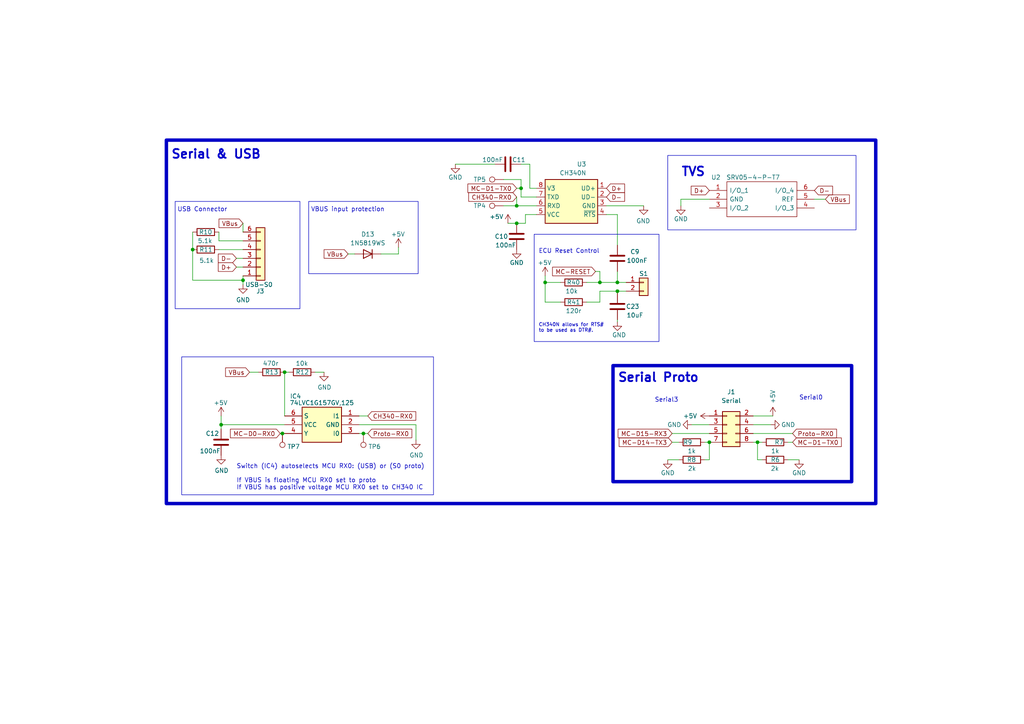
<source format=kicad_sch>
(kicad_sch (version 20231120) (generator "eeschema") (generator_version "8.0")
  (paper "A4")
  (title_block (title "Closed Deck X4") (date "2024-04-25") (rev "A") (company "OpenLogicEFI") (comment 1 "openlogicefi.com"))
  (lib_symbols
    (symbol "74LVC1G157GW_125:74LVC1G157GW,125"
      (property "Reference" "IC1" (at 5.08 6.35 0))
      (property "Value" "74LVC1G157GW,125" (at 12.7 3.81 0))
      (symbol "74LVC1G157GW,125_1_1"
        (rectangle (start 5.08 2.54) (end 16.51 -7.62) (stroke (width 0.254)) (fill (type background)))
        (pin passive line (at 0 0 0) (length 5.08) (name "I1") (number "1"))
        (pin passive line (at 0 -2.54 0) (length 5.08) (name "GND") (number "2"))
        (pin passive line (at 0 -5.08 0) (length 5.08) (name "I0") (number "3"))
        (pin passive line (at 21.59 -5.08 180) (length 5.08) (name "Y") (number "4"))
        (pin passive line (at 21.59 -2.54 180) (length 5.08) (name "VCC") (number "5"))
        (pin passive line (at 21.59 0 180) (length 5.08) (name "S") (number "6"))
      )
    )
    (symbol "CH340C_1"
      (property "Reference" "U?" (at -4.3306 17.145 0))
      (property "Value" "CH340C_1" (at -4.3306 14.605 0))
      (symbol "CH340C_1_0_1"
        (rectangle (start -7.62 12.7) (end 7.62 0) (stroke (width 0.254)) (fill (type background)))
      )
      (symbol "CH340C_1_1_1"
        (pin bidirectional line (at -10.16 10.16 0) (length 2.54) (name "UD+") (number "1"))
        (pin bidirectional line (at -10.16 7.62 0) (length 2.54) (name "UD-") (number "2"))
        (pin power_in line (at -10.16 5.08 0) (length 2.54) (name "GND") (number "3"))
        (pin output line (at -10.16 2.54 0) (length 2.54) (name "~{RTS}") (number "4"))
        (pin power_in line (at 10.16 2.54 180) (length 2.54) (name "VCC") (number "5"))
        (pin input line (at 10.16 5.08 180) (length 2.54) (name "RXD") (number "6"))
        (pin output line (at 10.16 7.62 180) (length 2.54) (name "TXD") (number "7"))
        (pin passive line (at 10.16 10.16 180) (length 2.54) (name "V3") (number "8"))
      )
    )
    (symbol "Connector:TestPoint" (pin_numbers hide) (pin_names (offset 0.762) hide)
      (property "Reference" "TP" (at 0 6.858 0))
      (property "Value" "TestPoint" (at 0 5.08 0))
      (symbol "TestPoint_0_1"
        (circle (center 0 3.302) (radius 0.762))
      )
      (symbol "TestPoint_1_1"
        (pin passive line (at 0 0 90) (length 2.54) (name "1") (number "1"))
      )
    )
    (symbol "Connector_Generic:Conn_01x02" (pin_names (offset 1.016) hide)
      (property "Reference" "J" (at 0 2.54 0))
      (property "Value" "Conn_01x02" (at 0 -5.08 0))
      (symbol "Conn_01x02_1_1"
        (rectangle (start -1.27 -2.413) (end 0 -2.667) (stroke (width 0.1524)))
        (rectangle (start -1.27 0.127) (end 0 -0.127) (stroke (width 0.1524)))
        (rectangle (start -1.27 1.27) (end 1.27 -3.81) (stroke (width 0.254)) (fill (type background)))
        (pin passive line (at -5.08 0 0) (length 3.81) (name "Pin_1") (number "1"))
        (pin passive line (at -5.08 -2.54 0) (length 3.81) (name "Pin_2") (number "2"))
      )
    )
    (symbol "Connector_Generic:Conn_01x06" (pin_names (offset 1.016) hide)
      (property "Reference" "J" (at 0 7.62 0))
      (property "Value" "Conn_01x06" (at 0 -10.16 0))
      (symbol "Conn_01x06_1_1"
        (rectangle (start -1.27 -7.493) (end 0 -7.747) (stroke (width 0.1524)))
        (rectangle (start -1.27 -4.953) (end 0 -5.207) (stroke (width 0.1524)))
        (rectangle (start -1.27 -2.413) (end 0 -2.667) (stroke (width 0.1524)))
        (rectangle (start -1.27 0.127) (end 0 -0.127) (stroke (width 0.1524)))
        (rectangle (start -1.27 2.667) (end 0 2.413) (stroke (width 0.1524)))
        (rectangle (start -1.27 5.207) (end 0 4.953) (stroke (width 0.1524)))
        (rectangle (start -1.27 6.35) (end 1.27 -8.89) (stroke (width 0.254)) (fill (type background)))
        (pin passive line (at -5.08 5.08 0) (length 3.81) (name "Pin_1") (number "1"))
        (pin passive line (at -5.08 2.54 0) (length 3.81) (name "Pin_2") (number "2"))
        (pin passive line (at -5.08 0 0) (length 3.81) (name "Pin_3") (number "3"))
        (pin passive line (at -5.08 -2.54 0) (length 3.81) (name "Pin_4") (number "4"))
        (pin passive line (at -5.08 -5.08 0) (length 3.81) (name "Pin_5") (number "5"))
        (pin passive line (at -5.08 -7.62 0) (length 3.81) (name "Pin_6") (number "6"))
      )
    )
    (symbol "Connector_Generic:Conn_02x04_Odd_Even" (pin_names (offset 1.016) hide)
      (property "Reference" "J" (at 1.27 5.08 0))
      (property "Value" "Conn_02x04_Odd_Even" (at 1.27 -7.62 0))
      (symbol "Conn_02x04_Odd_Even_1_1"
        (rectangle (start -1.27 -4.953) (end 0 -5.207) (stroke (width 0.1524)))
        (rectangle (start -1.27 -2.413) (end 0 -2.667) (stroke (width 0.1524)))
        (rectangle (start -1.27 0.127) (end 0 -0.127) (stroke (width 0.1524)))
        (rectangle (start -1.27 2.667) (end 0 2.413) (stroke (width 0.1524)))
        (rectangle (start -1.27 3.81) (end 3.81 -6.35) (stroke (width 0.254)) (fill (type background)))
        (rectangle (start 3.81 -4.953) (end 2.54 -5.207) (stroke (width 0.1524)))
        (rectangle (start 3.81 -2.413) (end 2.54 -2.667) (stroke (width 0.1524)))
        (rectangle (start 3.81 0.127) (end 2.54 -0.127) (stroke (width 0.1524)))
        (rectangle (start 3.81 2.667) (end 2.54 2.413) (stroke (width 0.1524)))
        (pin passive line (at -5.08 2.54 0) (length 3.81) (name "Pin_1") (number "1"))
        (pin passive line (at 7.62 2.54 180) (length 3.81) (name "Pin_2") (number "2"))
        (pin passive line (at -5.08 0 0) (length 3.81) (name "Pin_3") (number "3"))
        (pin passive line (at 7.62 0 180) (length 3.81) (name "Pin_4") (number "4"))
        (pin passive line (at -5.08 -2.54 0) (length 3.81) (name "Pin_5") (number "5"))
        (pin passive line (at 7.62 -2.54 180) (length 3.81) (name "Pin_6") (number "6"))
        (pin passive line (at -5.08 -5.08 0) (length 3.81) (name "Pin_7") (number "7"))
        (pin passive line (at 7.62 -5.08 180) (length 3.81) (name "Pin_8") (number "8"))
      )
    )
    (symbol "Device:C" (pin_numbers hide) (pin_names (offset 0.254))
      (property "Reference" "C" (at 0.635 2.54 0))
      (property "Value" "C" (at 0.635 -2.54 0))
      (symbol "C_0_1"
        (polyline (pts (xy -2.032 -0.762) (xy 2.032 -0.762)) (stroke (width 0.508)))
        (polyline (pts (xy -2.032 0.762) (xy 2.032 0.762)) (stroke (width 0.508)))
      )
      (symbol "C_1_1"
        (pin passive line (at 0 3.81 270) (length 2.794) (name "~") (number "1"))
        (pin passive line (at 0 -3.81 90) (length 2.794) (name "~") (number "2"))
      )
    )
    (symbol "Device:D" (pin_numbers hide) (pin_names (offset 1.016) hide)
      (property "Reference" "D" (at 0 2.54 0))
      (property "Value" "D" (at 0 -2.54 0))
      (symbol "D_0_1"
        (polyline (pts (xy -1.27 1.27) (xy -1.27 -1.27)) (stroke (width 0.254)))
        (polyline (pts (xy 1.27 0) (xy -1.27 0)))
        (polyline (pts (xy 1.27 1.27) (xy 1.27 -1.27) (xy -1.27 0) (xy 1.27 1.27)) (stroke (width 0.254)))
      )
      (symbol "D_1_1"
        (pin passive line (at -3.81 0 0) (length 2.54) (name "K") (number "1"))
        (pin passive line (at 3.81 0 180) (length 2.54) (name "A") (number "2"))
      )
    )
    (symbol "Device:R" (pin_numbers hide) (pin_names (offset 0))
      (property "Reference" "R" (at 2.032 0 90))
      (property "Value" "R" (at 0 0 90))
      (symbol "R_0_1"
        (rectangle (start -1.016 -2.54) (end 1.016 2.54) (stroke (width 0.254)))
      )
      (symbol "R_1_1"
        (pin passive line (at 0 3.81 270) (length 1.27) (name "~") (number "1"))
        (pin passive line (at 0 -3.81 90) (length 1.27) (name "~") (number "2"))
      )
    )
    (symbol "Pre_Ignition-rescue:SRV05-4-P-T7-SRV05-4-P-T7-Pre_Ignition-rescue-Pre_Ignition-rescue-Pre_Ignition-rescue" (pin_names (offset 0.762))
      (property "Reference" "IC" (at 26.67 7.62 0))
      (property "Value" "SRV05-4-P-T7-SRV05-4-P-T7-Pre_Ignition-rescue-Pre_Ignition-rescue-Pre_Ignition-rescue" (at 26.67 5.08 0))
      (symbol "SRV05-4-P-T7-SRV05-4-P-T7-Pre_Ignition-rescue-Pre_Ignition-rescue-Pre_Ignition-rescue_0_0"
        (pin passive line (at 0 0 0) (length 5.08) (name "I/O_1") (number "1"))
        (pin passive line (at 0 -2.54 0) (length 5.08) (name "GND") (number "2"))
        (pin passive line (at 0 -5.08 0) (length 5.08) (name "I/O_2") (number "3"))
        (pin passive line (at 30.48 -5.08 180) (length 5.08) (name "I/O_3") (number "4"))
        (pin passive line (at 30.48 -2.54 180) (length 5.08) (name "REF") (number "5"))
        (pin passive line (at 30.48 0 180) (length 5.08) (name "I/O_4") (number "6"))
      )
      (symbol "SRV05-4-P-T7-SRV05-4-P-T7-Pre_Ignition-rescue-Pre_Ignition-rescue-Pre_Ignition-rescue_0_1"
        (polyline (pts (xy 5.08 2.54) (xy 25.4 2.54) (xy 25.4 -7.62) (xy 5.08 -7.62) (xy 5.08 2.54)) (stroke (width 0.1524)))
      )
    )
    (symbol "power:+5V" (power) (pin_names (offset 0))
      (property "Value" "+5V" (at 0 3.556 0))
      (symbol "+5V_0_1"
        (polyline (pts (xy -0.762 1.27) (xy 0 2.54)))
        (polyline (pts (xy 0 0) (xy 0 2.54)))
        (polyline (pts (xy 0 2.54) (xy 0.762 1.27)))
      )
      (symbol "+5V_1_1"
        (pin power_in line (at 0 0 90) (length 0) hide (name "+5V") (number "1"))
      )
    )
    (symbol "power:GND" (power) (pin_names (offset 0))
      (property "Value" "GND" (at 0 -3.81 0))
      (symbol "GND_0_1"
        (polyline (pts (xy 0 0) (xy 0 -1.27) (xy 1.27 -1.27) (xy 0 -2.54) (xy -1.27 -1.27) (xy 0 -1.27)))
      )
      (symbol "GND_1_1"
        (pin power_in line (at 0 0 270) (length 0) hide (name "GND") (number "1"))
      )
    )
  )
  (junction (at 70.485 81.28))
  (junction (at 105.41 125.73))
  (junction (at 219.71 128.27))
  (junction (at 151.13 54.61))
  (junction (at 158.115 81.915))
  (junction (at 149.86 64.77))
  (junction (at 149.86 59.69))
  (junction (at 173.99 81.915))
  (junction (at 64.135 123.19))
  (junction (at 179.07 81.915))
  (junction (at 82.55 107.95))
  (junction (at 55.88 72.39))
  (junction (at 81.915 125.73))
  (junction (at 205.74 128.27))
  (junction (at 179.07 84.455))
  (wire (pts (xy 197.485 57.785) (xy 205.74 57.785)))
  (wire (pts (xy 219.71 133.35) (xy 220.98 133.35)))
  (wire (pts (xy 194.945 125.73) (xy 205.74 125.73)))
  (wire (pts (xy 63.5 69.85) (xy 70.485 69.85)))
  (wire (pts (xy 64.135 120.65) (xy 64.135 123.19)))
  (wire (pts (xy 149.86 54.61) (xy 151.13 54.61)))
  (wire (pts (xy 179.07 78.74) (xy 179.07 81.915)))
  (wire (pts (xy 179.07 62.23) (xy 179.07 71.12)))
  (wire (pts (xy 173.99 84.455) (xy 173.99 87.63)))
  (wire (pts (xy 179.07 93.345) (xy 179.07 92.71)))
  (wire (pts (xy 93.98 107.95) (xy 91.44 107.95)))
  (wire (pts (xy 153.67 47.625) (xy 153.67 54.61)))
  (wire (pts (xy 170.18 81.915) (xy 173.99 81.915)))
  (wire (pts (xy 68.58 74.93) (xy 70.485 74.93)))
  (wire (pts (xy 55.88 72.39) (xy 55.88 81.28)))
  (wire (pts (xy 158.115 81.915) (xy 158.115 87.63)))
  (wire (pts (xy 204.47 128.27) (xy 205.74 128.27)))
  (wire (pts (xy 236.22 57.785) (xy 239.395 57.785)))
  (wire (pts (xy 147.32 64.77) (xy 149.86 64.77)))
  (wire (pts (xy 70.485 81.28) (xy 70.485 82.55)))
  (wire (pts (xy 105.41 125.73) (xy 104.14 125.73)))
  (wire (pts (xy 132.08 47.625) (xy 143.51 47.625)))
  (wire (pts (xy 153.67 54.61) (xy 155.575 54.61)))
  (wire (pts (xy 173.99 84.455) (xy 179.07 84.455)))
  (wire (pts (xy 152.4 64.77) (xy 149.86 64.77)))
  (wire (pts (xy 219.71 128.27) (xy 219.71 133.35)))
  (wire (pts (xy 104.14 123.19) (xy 120.65 123.19)))
  (wire (pts (xy 55.88 67.31) (xy 55.88 72.39)))
  (wire (pts (xy 186.69 59.69) (xy 175.895 59.69)))
  (wire (pts (xy 158.115 81.915) (xy 162.56 81.915)))
  (wire (pts (xy 81.915 125.73) (xy 82.55 125.73)))
  (wire (pts (xy 149.86 57.15) (xy 149.86 59.69)))
  (wire (pts (xy 218.44 125.73) (xy 229.87 125.73)))
  (wire (pts (xy 158.115 87.63) (xy 162.56 87.63)))
  (wire (pts (xy 151.13 52.07) (xy 151.13 54.61)))
  (wire (pts (xy 179.07 85.09) (xy 179.07 84.455)))
  (wire (pts (xy 104.14 120.65) (xy 106.68 120.65)))
  (wire (pts (xy 179.07 62.23) (xy 175.895 62.23)))
  (wire (pts (xy 151.13 47.625) (xy 153.67 47.625)))
  (wire (pts (xy 193.675 133.35) (xy 196.85 133.35)))
  (wire (pts (xy 179.07 81.915) (xy 181.61 81.915)))
  (wire (pts (xy 152.4 62.23) (xy 155.575 62.23)))
  (wire (pts (xy 205.74 128.27) (xy 205.74 133.35)))
  (wire (pts (xy 106.68 125.73) (xy 105.41 125.73)))
  (wire (pts (xy 173.99 87.63) (xy 170.18 87.63)))
  (wire (pts (xy 110.49 73.66) (xy 115.57 73.66)))
  (wire (pts (xy 179.07 84.455) (xy 181.61 84.455)))
  (wire (pts (xy 68.58 77.47) (xy 70.485 77.47)))
  (wire (pts (xy 151.13 57.15) (xy 155.575 57.15)))
  (wire (pts (xy 82.55 107.95) (xy 82.55 120.65)))
  (wire (pts (xy 218.44 128.27) (xy 219.71 128.27)))
  (wire (pts (xy 64.135 124.46) (xy 64.135 123.19)))
  (wire (pts (xy 63.5 67.31) (xy 63.5 69.85)))
  (wire (pts (xy 55.88 81.28) (xy 70.485 81.28)))
  (wire (pts (xy 205.74 133.35) (xy 204.47 133.35)))
  (wire (pts (xy 63.5 72.39) (xy 70.485 72.39)))
  (wire (pts (xy 228.6 128.27) (xy 229.87 128.27)))
  (wire (pts (xy 149.86 59.69) (xy 155.575 59.69)))
  (wire (pts (xy 81.28 125.73) (xy 81.915 125.73)))
  (wire (pts (xy 218.44 123.19) (xy 223.52 123.19)))
  (wire (pts (xy 172.72 78.74) (xy 173.99 78.74)))
  (wire (pts (xy 218.44 120.65) (xy 224.155 120.65)))
  (wire (pts (xy 219.71 128.27) (xy 220.98 128.27)))
  (wire (pts (xy 231.775 133.35) (xy 228.6 133.35)))
  (wire (pts (xy 151.13 54.61) (xy 151.13 57.15)))
  (wire (pts (xy 100.965 73.66) (xy 102.87 73.66)))
  (wire (pts (xy 120.65 123.19) (xy 120.65 127.635)))
  (wire (pts (xy 158.115 80.01) (xy 158.115 81.915)))
  (wire (pts (xy 70.485 64.77) (xy 70.485 67.31)))
  (wire (pts (xy 70.485 80.01) (xy 70.485 81.28)))
  (wire (pts (xy 152.4 64.77) (xy 152.4 62.23)))
  (wire (pts (xy 74.93 107.95) (xy 72.39 107.95)))
  (wire (pts (xy 149.86 59.69) (xy 146.05 59.69)))
  (wire (pts (xy 173.99 81.915) (xy 179.07 81.915)))
  (wire (pts (xy 82.55 123.19) (xy 64.135 123.19)))
  (wire (pts (xy 205.74 123.19) (xy 200.66 123.19)))
  (wire (pts (xy 83.82 107.95) (xy 82.55 107.95)))
  (wire (pts (xy 151.13 52.07) (xy 146.05 52.07)))
  (wire (pts (xy 173.99 78.74) (xy 173.99 81.915)))
  (wire (pts (xy 115.57 71.755) (xy 115.57 73.66)))
  (wire (pts (xy 197.485 59.69) (xy 197.485 57.785)))
  (wire (pts (xy 196.85 128.27) (xy 194.945 128.27)))
  (rectangle (start 89.535 58.42) (end 121.285 79.375))
  (rectangle (start 177.8 106.045) (end 247.015 139.7) (stroke (width 1)))
  (rectangle (start 48.26 40.64) (end 254 146.05) (stroke (width 1)))
  (rectangle (start 50.8 58.42) (end 86.995 89.535))
  (rectangle (start 52.705 103.505) (end 125.73 143.51))
  (rectangle (start 193.675 45.085) (end 248.285 66.675))
  (rectangle (start 154.94 67.945) (end 191.135 99.06))
  (text "TVS" (at 197.485 51.435 0) (effects (font (size 2.54 2.54) (thickness 0.508) (bold yes)) (justify left bottom)))
  (text "CH340N allows for RTS#\nto be used as DTR#." (at 156.21 96.52 0) (effects (font (size 1 1)) (justify left bottom)))
  (text "VBUS input protection" (at 90.17 61.595 0) (effects (font (size 1.27 1.27)) (justify left bottom)))
  (text "Serial & USB" (at 49.53 46.355 0) (effects (font (size 2.54 2.54) (thickness 0.508) (bold yes)) (justify left bottom)))
  (text "Serial Proto" (at 179.07 111.125 0) (effects (font (size 2.54 2.54) (thickness 0.508) (bold yes)) (justify left bottom)))
  (text "Serial0" (at 231.775 116.205 0) (effects (font (size 1.27 1.27)) (justify left bottom)))
  (text "ECU Reset Control" (at 156.21 73.66 0) (effects (font (size 1.25 1.25)) (justify left bottom)))
  (text "Serial3" (at 189.865 116.84 0) (effects (font (size 1.27 1.27)) (justify left bottom)))
  (text "Switch (IC4) autoselects MCU RX0: (USB) or (S0 proto)\n\nIf VBUS is floating MCU RX0 set to proto\nIf VBUS has positive voltage MCU RX0 set to CH340 IC" (at 68.58 142.24 0) (effects (font (size 1.27 1.27)) (justify left bottom)))
  (text "USB Connector" (at 51.435 61.595 0) (effects (font (size 1.27 1.27)) (justify left bottom)))
  (global_label "MC-D14-TX3" (shape input) (at 194.945 128.27 180) (property "Intersheetrefs" "${INTERSHEET_REFS}" (effects (hide yes))))
  (global_label "MC-D1-TX0" (shape input) (at 229.87 128.27 0) (property "Intersheetrefs" "${INTERSHEET_REFS}" (effects (hide yes))))
  (global_label "VBus" (shape input) (at 70.485 64.77 180) (property "Intersheetrefs" "${INTERSHEET_REFS}" (effects (hide yes))))
  (global_label "D-" (shape input) (at 175.895 57.15 0) (property "Intersheetrefs" "${INTERSHEET_REFS}" (effects (hide yes))))
  (global_label "VBus" (shape input) (at 239.395 57.785 0) (property "Intersheetrefs" "${INTERSHEET_REFS}" (effects (hide yes))))
  (global_label "Proto-RX0" (shape input) (at 229.87 125.73 0) (property "Intersheetrefs" "${INTERSHEET_REFS}" (effects (hide yes))))
  (global_label "D+" (shape input) (at 68.58 77.47 180) (property "Intersheetrefs" "${INTERSHEET_REFS}" (effects (hide yes))))
  (global_label "MC-RESET" (shape input) (at 172.72 78.74 180) (property "Intersheetrefs" "${INTERSHEET_REFS}" (effects (hide yes))))
  (global_label "MC-D15-RX3" (shape input) (at 194.945 125.73 180) (property "Intersheetrefs" "${INTERSHEET_REFS}" (effects (hide yes))))
  (global_label "VBus" (shape input) (at 100.965 73.66 180) (property "Intersheetrefs" "${INTERSHEET_REFS}" (effects (hide yes))))
  (global_label "MC-D1-TX0" (shape input) (at 149.86 54.61 180) (property "Intersheetrefs" "${INTERSHEET_REFS}" (effects (hide yes))))
  (global_label "D+" (shape input) (at 175.895 54.61 0) (property "Intersheetrefs" "${INTERSHEET_REFS}" (effects (hide yes))))
  (global_label "CH340-RX0" (shape input) (at 149.86 57.15 180) (property "Intersheetrefs" "${INTERSHEET_REFS}" (effects (hide yes))))
  (global_label "D+" (shape input) (at 205.74 55.245 180) (property "Intersheetrefs" "${INTERSHEET_REFS}" (effects (hide yes))))
  (global_label "D-" (shape input) (at 68.58 74.93 180) (property "Intersheetrefs" "${INTERSHEET_REFS}" (effects (hide yes))))
  (global_label "Proto-RX0" (shape input) (at 106.68 125.73 0) (property "Intersheetrefs" "${INTERSHEET_REFS}" (effects (hide yes))))
  (global_label "MC-D0-RX0" (shape input) (at 81.28 125.73 180) (property "Intersheetrefs" "${INTERSHEET_REFS}" (effects (hide yes))))
  (global_label "D-" (shape input) (at 236.22 55.245 0) (property "Intersheetrefs" "${INTERSHEET_REFS}" (effects (hide yes))))
  (global_label "CH340-RX0" (shape input) (at 106.68 120.65 0) (property "Intersheetrefs" "${INTERSHEET_REFS}" (effects (hide yes))))
  (global_label "VBus" (shape input) (at 72.39 107.95 180) (property "Intersheetrefs" "${INTERSHEET_REFS}" (effects (hide yes))))
  (symbol (lib_id "power:+5V") (at 158.115 80.01 0) (unit 1)
    (property "Reference" "#PWR05" (effects (hide yes)))
    (property "Value" "+5V" (at 160.02 76.2 0) (effects (justify right)))
  )
  (symbol (lib_id "Connector_Generic:Conn_01x02") (at 186.69 81.915 0) (unit 1) (in_bom no)
    (property "Reference" "S1" (at 186.69 79.375 0))
    (property "Value" "Reset Control" (effects (hide yes)))
    (property "Footprint" "Connector_PinHeader_2.54mm:PinHeader_1x02_P2.54mm_Vertical" (effects (hide yes)))
    (property "Description" "Generic connector, single row, 01x02, script generated (kicad-library-utils/schlib/autogen/connector/)" (effects (hide yes)))
  )
  (symbol (lib_id "Connector:TestPoint") (at 146.05 52.07 90) (mirror x) (unit 1)
    (property "Reference" "TP5" (at 140.97 52.07 90) (effects (justify left)))
    (property "Value" "TestPoint" (effects (hide yes)))
    (property "Footprint" "Detonation:TestPoint_THT_D0.6mm_Drill0.3mm" (effects (hide yes)))
    (property "Description" "test point" (effects (hide yes)))
  )
  (symbol (lib_id "Device:C") (at 179.07 88.9 0) (mirror y) (unit 1)
    (property "Reference" "C23" (at 183.515 88.9 0))
    (property "Value" "10uF" (at 184.15 91.44 0))
    (property "Footprint" "Capacitor_SMD:C_0603_1608Metric" (effects (hide yes)))
    (property "Description" "Unpolarized capacitor" (effects (hide yes)))
    (property "LCSC" "C19702" (effects (hide yes)))
    (property "Manufacture Part Number" "CL10A106KP8NNNC" (effects (hide yes)))
  )
  (symbol (lib_name "CH340C_1") (lib_id "Interface_USB:CH340C") (at 165.735 64.77 0) (mirror y) (unit 1)
    (property "Reference" "U3" (at 170.0656 47.625 0) (effects (justify left)))
    (property "Value" "CH340N" (at 170.0656 50.165 0) (effects (justify left)))
    (property "Footprint" "Package_SO:SOIC-8_3.9x4.9mm_P1.27mm" (effects (hide yes)))
    (property "Description" "USB serial converter, UART, SOIC-16" (effects (hide yes)))
  )
  (symbol (lib_id "power:GND") (at 231.775 133.35 0) (mirror y) (unit 1)
    (property "Reference" "#PWR033" (effects (hide yes)))
    (property "Value" "GND" (at 231.775 137.16 0))
  )
  (symbol (lib_id "Connector_Generic:Conn_01x06") (at 75.565 74.93 0) (mirror x) (unit 1) (in_bom no)
    (property "Reference" "J3" (at 74.295 84.455 0) (effects (justify left)))
    (property "Value" "USB-S0" (at 71.12 82.55 0) (effects (justify left)))
    (property "Footprint" "Connector_JST:JST_PH_B6B-PH-K_1x06_P2.00mm_Vertical" (effects (hide yes)))
    (property "Description" "Generic connector, single row, 01x06, script generated (kicad-library-utils/schlib/autogen/connector/)" (effects (hide yes)))
  )
  (symbol (lib_id "power:+5V") (at 115.57 71.755 0) (unit 1)
    (property "Reference" "#PWR061" (effects (hide yes)))
    (property "Value" "+5V" (at 117.475 67.945 0) (effects (justify right)))
  )
  (symbol (lib_id "power:GND") (at 64.135 132.08 0) (unit 1)
    (property "Reference" "#PWR037" (effects (hide yes)))
    (property "Value" "GND" (at 64.262 136.4742 0))
  )
  (symbol (lib_id "Connector_Generic:Conn_02x04_Odd_Even") (at 210.82 123.19 0) (unit 1) (in_bom no)
    (property "Reference" "J1" (at 212.09 113.665 0))
    (property "Value" "Serial" (at 212.09 116.205 0))
    (property "Footprint" "Detonation:2x04-2.54mm-Proto-NoSilkscreen" (effects (hide yes)))
    (property "Description" "Generic connector, double row, 02x04, odd/even pin numbering scheme (row 1 odd numbers, row 2 even numbers), script generated (kicad-library-utils/schlib/autogen/connector/)" (effects (hide yes)))
  )
  (symbol (lib_id "Pre_Ignition-rescue:SRV05-4-P-T7-SRV05-4-P-T7-Pre_Ignition-rescue-Pre_Ignition-rescue-Pre_Ignition-rescue") (at 205.74 55.245 0) (unit 1)
    (property "Reference" "U2" (at 207.645 51.435 0))
    (property "Value" "SRV05-4-P-T7" (at 218.44 51.435 0))
    (property "Footprint" "Package_TO_SOT_SMD:SOT-23-6" (effects (hide yes)))
    (property "LCSC" "C85364" (effects (hide yes)))
  )
  (symbol (lib_id "Device:R") (at 200.66 133.35 270) (unit 1)
    (property "Reference" "R8" (at 201.93 133.35 90) (effects (justify right)))
    (property "Value" "2k" (at 201.93 135.89 90) (effects (justify right)))
    (property "Footprint" "Resistor_SMD:R_0402_1005Metric" (effects (hide yes)))
    (property "Description" "Resistor" (effects (hide yes)))
    (property "LCSC" "C4109" (effects (hide yes)))
    (property "Manufacture Part Number" "0402WGF2001TCE" (effects (hide yes)))
  )
  (symbol (lib_id "power:GND") (at 193.675 133.35 0) (unit 1)
    (property "Reference" "#PWR029" (effects (hide yes)))
    (property "Value" "GND" (at 193.675 137.16 0))
  )
  (symbol (lib_id "Device:R") (at 59.69 72.39 270) (unit 1)
    (property "Reference" "R11" (at 57.785 72.39 90) (effects (justify left)))
    (property "Value" "5.1k" (at 57.785 75.565 90) (effects (justify left)))
    (property "Footprint" "Resistor_SMD:R_0402_1005Metric" (effects (hide yes)))
    (property "Description" "Resistor" (effects (hide yes)))
    (property "LCSC" "C25905" (effects (hide yes)))
    (property "Manufacture Part Number" "0402WGF5101TCE" (effects (hide yes)))
  )
  (symbol (lib_id "power:GND") (at 149.86 72.39 0) (mirror y) (unit 1)
    (property "Reference" "#PWR030" (effects (hide yes)))
    (property "Value" "GND" (at 149.86 76.2 0))
  )
  (symbol (lib_id "Device:C") (at 179.07 74.93 0) (unit 1)
    (property "Reference" "C9" (at 184.15 73.025 0))
    (property "Value" "100nF" (at 184.785 75.565 0))
    (property "Footprint" "Capacitor_SMD:C_0402_1005Metric" (effects (hide yes)))
    (property "Description" "Unpolarized capacitor" (effects (hide yes)))
    (property "LCSC" "C307331" (effects (hide yes)))
  )
  (symbol (lib_id "power:GND") (at 93.98 107.95 0) (unit 1)
    (property "Reference" "#PWR038" (effects (hide yes)))
    (property "Value" "GND" (at 94.107 112.3442 0))
  )
  (symbol (lib_id "Device:R") (at 166.37 81.915 90) (mirror x) (unit 1)
    (property "Reference" "R40" (at 168.275 81.915 90) (effects (justify left)))
    (property "Value" "10k" (at 167.64 84.455 90) (effects (justify left)))
    (property "Footprint" "Resistor_SMD:R_0402_1005Metric" (effects (hide yes)))
    (property "Description" "Resistor" (effects (hide yes)))
    (property "LCSC" "C25744" (effects (hide yes)))
    (property "Manufacture Part Number" "0402WGF1002TCE" (effects (hide yes)))
  )
  (symbol (lib_id "Connector:TestPoint") (at 146.05 59.69 90) (mirror x) (unit 1)
    (property "Reference" "TP4" (at 140.97 59.69 90) (effects (justify left)))
    (property "Value" "TestPoint" (effects (hide yes)))
    (property "Footprint" "Detonation:TestPoint_THT_D0.6mm_Drill0.3mm" (effects (hide yes)))
    (property "Description" "test point" (effects (hide yes)))
  )
  (symbol (lib_id "power:GND") (at 179.07 93.345 0) (unit 1)
    (property "Reference" "#PWR025" (effects (hide yes)))
    (property "Value" "GND" (at 181.61 97.155 0) (effects (justify right)))
  )
  (symbol (lib_id "Device:R") (at 166.37 87.63 270) (unit 1)
    (property "Reference" "R41" (at 166.37 87.63 90))
    (property "Value" "120r" (at 166.37 90.17 90))
    (property "Footprint" "Resistor_SMD:R_0603_1608Metric" (effects (hide yes)))
    (property "Description" "Resistor" (effects (hide yes)))
    (property "LCSC" "C22787" (effects (hide yes)))
    (property "Manufacture Part Number" "0402WGF4700TCE" (effects (hide yes)))
  )
  (symbol (lib_id "Device:R") (at 59.69 67.31 90) (unit 1)
    (property "Reference" "R10" (at 61.595 67.31 90) (effects (justify left)))
    (property "Value" "5.1k" (at 61.595 69.85 90) (effects (justify left)))
    (property "Footprint" "Resistor_SMD:R_0402_1005Metric" (effects (hide yes)))
    (property "Description" "Resistor" (effects (hide yes)))
    (property "LCSC" "C25905" (effects (hide yes)))
    (property "Manufacture Part Number" "0402WGF5101TCE" (effects (hide yes)))
  )
  (symbol (lib_id "power:+5V") (at 147.32 64.77 0) (unit 1)
    (property "Reference" "#PWR032" (effects (hide yes)))
    (property "Value" "+5V" (at 146.05 62.865 0) (effects (justify right)))
  )
  (symbol (lib_id "Connector:TestPoint") (at 105.41 125.73 180) (unit 1)
    (property "Reference" "TP6" (at 110.49 129.54 0) (effects (justify left)))
    (property "Value" "TestPoint" (effects (hide yes)))
    (property "Footprint" "Detonation:TestPoint_THT_D0.6mm_Drill0.3mm" (effects (hide yes)))
    (property "Description" "test point" (effects (hide yes)))
  )
  (symbol (lib_id "Device:R") (at 224.79 128.27 270) (mirror x) (unit 1)
    (property "Reference" "R7" (at 227.33 128.27 90) (effects (justify right)))
    (property "Value" "1k" (at 226.06 130.81 90) (effects (justify right)))
    (property "Footprint" "Resistor_SMD:R_0402_1005Metric" (effects (hide yes)))
    (property "Description" "Resistor" (effects (hide yes)))
    (property "LCSC" "C11702" (effects (hide yes)))
    (property "Manufacture Part Number" "0402WGF1001TCE" (effects (hide yes)))
  )
  (symbol (lib_id "power:GND") (at 70.485 82.55 0) (mirror y) (unit 1)
    (property "Reference" "#PWR02" (effects (hide yes)))
    (property "Value" "GND" (at 70.485 86.995 0))
  )
  (symbol (lib_id "Device:R") (at 87.63 107.95 270) (unit 1)
    (property "Reference" "R12" (at 85.725 107.95 90) (effects (justify left)))
    (property "Value" "10k" (at 85.725 105.41 90) (effects (justify left)))
    (property "Footprint" "Resistor_SMD:R_0402_1005Metric" (effects (hide yes)))
    (property "Description" "Resistor" (effects (hide yes)))
    (property "LCSC" "C25744" (effects (hide yes)))
    (property "Manufacture Part Number" "0402WGF1002TCE" (effects (hide yes)))
  )
  (symbol (lib_id "power:+5V") (at 205.74 120.65 90) (unit 1)
    (property "Reference" "#PWR031" (effects (hide yes)))
    (property "Value" "+5V" (at 198.12 120.65 90) (effects (justify right)))
  )
  (symbol (lib_id "Connector:TestPoint") (at 81.915 125.73 180) (unit 1)
    (property "Reference" "TP7" (at 86.995 129.54 0) (effects (justify left)))
    (property "Value" "TestPoint" (effects (hide yes)))
    (property "Footprint" "Detonation:TestPoint_THT_D0.6mm_Drill0.3mm" (effects (hide yes)))
    (property "Description" "test point" (effects (hide yes)))
  )
  (symbol (lib_id "Device:R") (at 224.79 133.35 90) (mirror x) (unit 1)
    (property "Reference" "R6" (at 223.52 133.35 90) (effects (justify right)))
    (property "Value" "2k" (at 223.52 135.89 90) (effects (justify right)))
    (property "Footprint" "Resistor_SMD:R_0402_1005Metric" (effects (hide yes)))
    (property "Description" "Resistor" (effects (hide yes)))
    (property "LCSC" "C4109" (effects (hide yes)))
    (property "Manufacture Part Number" "0402WGF2001TCE" (effects (hide yes)))
  )
  (symbol (lib_id "Device:R") (at 78.74 107.95 270) (mirror x) (unit 1)
    (property "Reference" "R13" (at 76.835 107.95 90) (effects (justify left)))
    (property "Value" "470r" (at 76.2 105.41 90) (effects (justify left)))
    (property "Footprint" "Resistor_SMD:R_0402_1005Metric" (effects (hide yes)))
    (property "Description" "Resistor" (effects (hide yes)))
    (property "LCSC" "C25117" (effects (hide yes)))
    (property "Manufacture Part Number" "0402WGF4700TCE" (effects (hide yes)))
  )
  (symbol (lib_id "power:GND") (at 186.69 59.69 0) (mirror y) (unit 1)
    (property "Reference" "#PWR07" (effects (hide yes)))
    (property "Value" "GND" (at 186.563 64.0842 0))
  )
  (symbol (lib_id "power:GND") (at 200.66 123.19 270) (unit 1)
    (property "Reference" "#PWR028" (effects (hide yes)))
    (property "Value" "GND" (at 195.58 123.19 90))
  )
  (symbol (lib_id "power:+5V") (at 224.155 120.65 0) (unit 1)
    (property "Reference" "#PWR0123" (effects (hide yes)))
    (property "Value" "+5V" (at 224.155 113.03 90) (effects (justify right)))
  )
  (symbol (lib_id "Device:C") (at 149.86 68.58 0) (unit 1)
    (property "Reference" "C10" (at 145.415 68.58 0))
    (property "Value" "100nF" (at 146.685 71.12 0))
    (property "Footprint" "Capacitor_SMD:C_0402_1005Metric" (effects (hide yes)))
    (property "Description" "Unpolarized capacitor" (effects (hide yes)))
    (property "LCSC" "C307331" (effects (hide yes)))
  )
  (symbol (lib_id "power:GND") (at 132.08 47.625 0) (mirror y) (unit 1)
    (property "Reference" "#PWR035" (effects (hide yes)))
    (property "Value" "GND" (at 132.08 51.435 0))
  )
  (symbol (lib_id "power:GND") (at 197.485 59.69 0) (mirror y) (unit 1)
    (property "Reference" "#PWR027" (effects (hide yes)))
    (property "Value" "GND" (at 197.485 63.5 0))
  )
  (symbol (lib_id "Device:C") (at 64.135 128.27 180) (unit 1)
    (property "Reference" "C12" (at 61.595 125.73 0))
    (property "Value" "100nF" (at 60.96 130.81 0))
    (property "Footprint" "Capacitor_SMD:C_0402_1005Metric" (effects (hide yes)))
    (property "Description" "Unpolarized capacitor" (effects (hide yes)))
    (property "LCSC" "C307331" (effects (hide yes)))
  )
  (symbol (lib_id "power:GND") (at 223.52 123.19 90) (mirror x) (unit 1)
    (property "Reference" "#PWR034" (effects (hide yes)))
    (property "Value" "GND" (at 228.6 123.19 90))
  )
  (symbol (lib_id "power:GND") (at 120.65 127.635 0) (unit 1)
    (property "Reference" "#PWR082" (effects (hide yes)))
    (property "Value" "GND" (at 120.777 132.0292 0))
  )
  (symbol (lib_id "Device:R") (at 200.66 128.27 90) (unit 1)
    (property "Reference" "R9" (at 198.12 128.27 90) (effects (justify right)))
    (property "Value" "1k" (at 199.39 130.81 90) (effects (justify right)))
    (property "Footprint" "Resistor_SMD:R_0402_1005Metric" (effects (hide yes)))
    (property "Description" "Resistor" (effects (hide yes)))
    (property "LCSC" "C11702" (effects (hide yes)))
    (property "Manufacture Part Number" "0402WGF1001TCE" (effects (hide yes)))
  )
  (symbol (lib_id "power:+5V") (at 64.135 120.65 0) (mirror y) (unit 1)
    (property "Reference" "#PWR036" (effects (hide yes)))
    (property "Value" "+5V" (at 66.04 116.84 0) (effects (justify left)))
  )
  (symbol (lib_id "74LVC1G157GW_125:74LVC1G157GW,125") (at 104.14 120.65 0) (mirror y) (unit 1)
    (property "Reference" "IC4" (at 85.725 114.935 0))
    (property "Value" "74LVC1G157GV,125" (at 93.345 116.84 0))
    (property "Footprint" "Package_TO_SOT_SMD:TSOT-23-6" (effects (hide yes)))
    (property "Description" "NXP 74LVC1G157GW,125, Multiplexer Encoder, 2 to 1, 1.65  5.5 V, 6-Pin SC-88" (effects (hide yes)))
    (property "Height" "1.1" (effects (hide yes)))
    (property "Manufacturer_Name" "Nexperia" (effects (hide yes)))
    (property "Mouser Part Number" "771-74LVC1G157GW-G" (effects (hide yes)))
    (property "Mouser Price/Stock" "https://www.mouser.co.uk/ProductDetail/Nexperia/74LVC1G157GW125?qs=me8TqzrmIYXIuOIBP1Hsug%3D%3D" (effects (hide yes)))
    (property "Arrow Part Number" "74LVC1G157GW,125" (effects (hide yes)))
    (property "Arrow Price/Stock" "https://www.arrow.com/en/products/74lvc1g157gw125/nexperia?region=nac" (effects (hide yes)))
    (property "LCSC" "C503437" (effects (hide yes)))
    (property "Manufacture Part Number" "74LVC1G157GW,125" (effects (hide yes)))
  )
  (symbol (lib_id "Device:D") (at 106.68 73.66 180) (unit 1)
    (property "Reference" "D13" (at 106.68 67.945 0))
    (property "Value" "1N5819WS" (at 106.68 70.485 0))
    (property "Footprint" "Diode_SMD:D_SOD-323" (effects (hide yes)))
    (property "Description" "Diode" (effects (hide yes)))
    (property "LCSC" "C191023" (effects (hide yes)))
    (property "Manufacture Part Number" "1N5819WS" (effects (hide yes)))
  )
  (symbol (lib_id "Device:C") (at 147.32 47.625 270) (unit 1)
    (property "Reference" "C11" (at 150.495 46.355 90))
    (property "Value" "100nF" (at 142.875 46.355 90))
    (property "Footprint" "Capacitor_SMD:C_0402_1005Metric" (effects (hide yes)))
    (property "Description" "Unpolarized capacitor" (effects (hide yes)))
    (property "LCSC" "C307331" (effects (hide yes)))
  )
)
</source>
